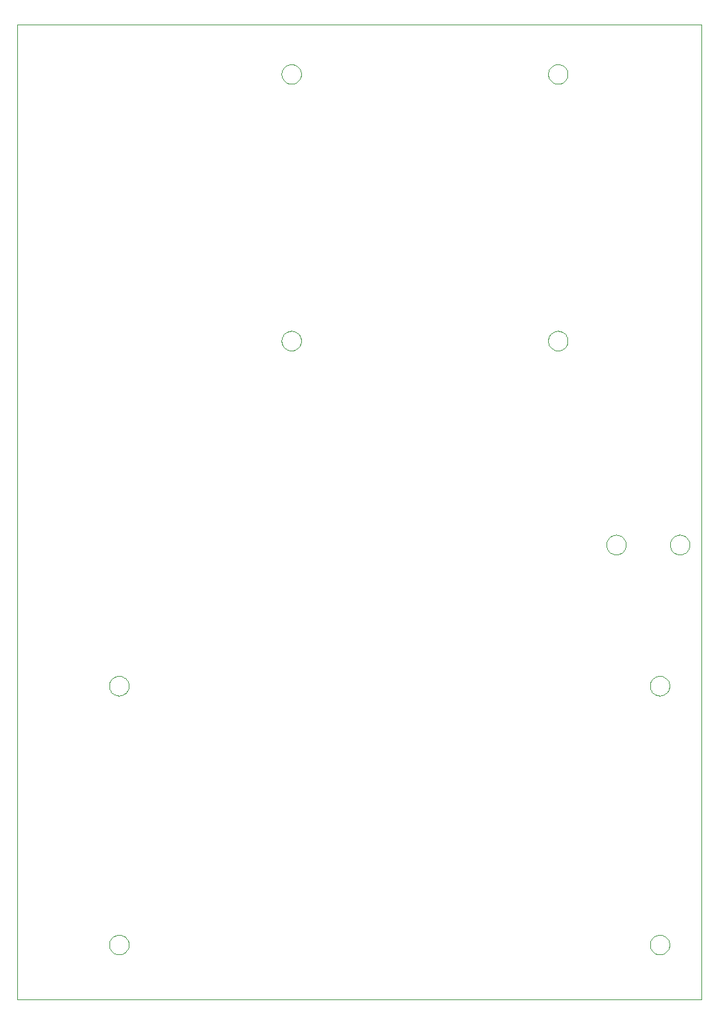
<source format=gko>
G75*
G70*
%OFA0B0*%
%FSLAX24Y24*%
%IPPOS*%
%LPD*%
%AMOC8*
5,1,8,0,0,1.08239X$1,22.5*
%
%ADD10C,0.0000*%
D10*
X000100Y000100D02*
X000100Y049045D01*
X034470Y049045D01*
X034470Y000100D01*
X000100Y000100D01*
X004726Y002856D02*
X004728Y002900D01*
X004734Y002944D01*
X004744Y002987D01*
X004757Y003029D01*
X004775Y003069D01*
X004796Y003108D01*
X004820Y003145D01*
X004847Y003180D01*
X004878Y003212D01*
X004911Y003241D01*
X004947Y003267D01*
X004985Y003289D01*
X005025Y003308D01*
X005066Y003324D01*
X005109Y003336D01*
X005152Y003344D01*
X005196Y003348D01*
X005240Y003348D01*
X005284Y003344D01*
X005327Y003336D01*
X005370Y003324D01*
X005411Y003308D01*
X005451Y003289D01*
X005489Y003267D01*
X005525Y003241D01*
X005558Y003212D01*
X005589Y003180D01*
X005616Y003145D01*
X005640Y003108D01*
X005661Y003069D01*
X005679Y003029D01*
X005692Y002987D01*
X005702Y002944D01*
X005708Y002900D01*
X005710Y002856D01*
X005708Y002812D01*
X005702Y002768D01*
X005692Y002725D01*
X005679Y002683D01*
X005661Y002643D01*
X005640Y002604D01*
X005616Y002567D01*
X005589Y002532D01*
X005558Y002500D01*
X005525Y002471D01*
X005489Y002445D01*
X005451Y002423D01*
X005411Y002404D01*
X005370Y002388D01*
X005327Y002376D01*
X005284Y002368D01*
X005240Y002364D01*
X005196Y002364D01*
X005152Y002368D01*
X005109Y002376D01*
X005066Y002388D01*
X005025Y002404D01*
X004985Y002423D01*
X004947Y002445D01*
X004911Y002471D01*
X004878Y002500D01*
X004847Y002532D01*
X004820Y002567D01*
X004796Y002604D01*
X004775Y002643D01*
X004757Y002683D01*
X004744Y002725D01*
X004734Y002768D01*
X004728Y002812D01*
X004726Y002856D01*
X004726Y015848D02*
X004728Y015892D01*
X004734Y015936D01*
X004744Y015979D01*
X004757Y016021D01*
X004775Y016061D01*
X004796Y016100D01*
X004820Y016137D01*
X004847Y016172D01*
X004878Y016204D01*
X004911Y016233D01*
X004947Y016259D01*
X004985Y016281D01*
X005025Y016300D01*
X005066Y016316D01*
X005109Y016328D01*
X005152Y016336D01*
X005196Y016340D01*
X005240Y016340D01*
X005284Y016336D01*
X005327Y016328D01*
X005370Y016316D01*
X005411Y016300D01*
X005451Y016281D01*
X005489Y016259D01*
X005525Y016233D01*
X005558Y016204D01*
X005589Y016172D01*
X005616Y016137D01*
X005640Y016100D01*
X005661Y016061D01*
X005679Y016021D01*
X005692Y015979D01*
X005702Y015936D01*
X005708Y015892D01*
X005710Y015848D01*
X005708Y015804D01*
X005702Y015760D01*
X005692Y015717D01*
X005679Y015675D01*
X005661Y015635D01*
X005640Y015596D01*
X005616Y015559D01*
X005589Y015524D01*
X005558Y015492D01*
X005525Y015463D01*
X005489Y015437D01*
X005451Y015415D01*
X005411Y015396D01*
X005370Y015380D01*
X005327Y015368D01*
X005284Y015360D01*
X005240Y015356D01*
X005196Y015356D01*
X005152Y015360D01*
X005109Y015368D01*
X005066Y015380D01*
X005025Y015396D01*
X004985Y015415D01*
X004947Y015437D01*
X004911Y015463D01*
X004878Y015492D01*
X004847Y015524D01*
X004820Y015559D01*
X004796Y015596D01*
X004775Y015635D01*
X004757Y015675D01*
X004744Y015717D01*
X004734Y015760D01*
X004728Y015804D01*
X004726Y015848D01*
X013388Y033171D02*
X013390Y033215D01*
X013396Y033259D01*
X013406Y033302D01*
X013419Y033344D01*
X013437Y033384D01*
X013458Y033423D01*
X013482Y033460D01*
X013509Y033495D01*
X013540Y033527D01*
X013573Y033556D01*
X013609Y033582D01*
X013647Y033604D01*
X013687Y033623D01*
X013728Y033639D01*
X013771Y033651D01*
X013814Y033659D01*
X013858Y033663D01*
X013902Y033663D01*
X013946Y033659D01*
X013989Y033651D01*
X014032Y033639D01*
X014073Y033623D01*
X014113Y033604D01*
X014151Y033582D01*
X014187Y033556D01*
X014220Y033527D01*
X014251Y033495D01*
X014278Y033460D01*
X014302Y033423D01*
X014323Y033384D01*
X014341Y033344D01*
X014354Y033302D01*
X014364Y033259D01*
X014370Y033215D01*
X014372Y033171D01*
X014370Y033127D01*
X014364Y033083D01*
X014354Y033040D01*
X014341Y032998D01*
X014323Y032958D01*
X014302Y032919D01*
X014278Y032882D01*
X014251Y032847D01*
X014220Y032815D01*
X014187Y032786D01*
X014151Y032760D01*
X014113Y032738D01*
X014073Y032719D01*
X014032Y032703D01*
X013989Y032691D01*
X013946Y032683D01*
X013902Y032679D01*
X013858Y032679D01*
X013814Y032683D01*
X013771Y032691D01*
X013728Y032703D01*
X013687Y032719D01*
X013647Y032738D01*
X013609Y032760D01*
X013573Y032786D01*
X013540Y032815D01*
X013509Y032847D01*
X013482Y032882D01*
X013458Y032919D01*
X013437Y032958D01*
X013419Y032998D01*
X013406Y033040D01*
X013396Y033083D01*
X013390Y033127D01*
X013388Y033171D01*
X013388Y046557D02*
X013390Y046601D01*
X013396Y046645D01*
X013406Y046688D01*
X013419Y046730D01*
X013437Y046770D01*
X013458Y046809D01*
X013482Y046846D01*
X013509Y046881D01*
X013540Y046913D01*
X013573Y046942D01*
X013609Y046968D01*
X013647Y046990D01*
X013687Y047009D01*
X013728Y047025D01*
X013771Y047037D01*
X013814Y047045D01*
X013858Y047049D01*
X013902Y047049D01*
X013946Y047045D01*
X013989Y047037D01*
X014032Y047025D01*
X014073Y047009D01*
X014113Y046990D01*
X014151Y046968D01*
X014187Y046942D01*
X014220Y046913D01*
X014251Y046881D01*
X014278Y046846D01*
X014302Y046809D01*
X014323Y046770D01*
X014341Y046730D01*
X014354Y046688D01*
X014364Y046645D01*
X014370Y046601D01*
X014372Y046557D01*
X014370Y046513D01*
X014364Y046469D01*
X014354Y046426D01*
X014341Y046384D01*
X014323Y046344D01*
X014302Y046305D01*
X014278Y046268D01*
X014251Y046233D01*
X014220Y046201D01*
X014187Y046172D01*
X014151Y046146D01*
X014113Y046124D01*
X014073Y046105D01*
X014032Y046089D01*
X013989Y046077D01*
X013946Y046069D01*
X013902Y046065D01*
X013858Y046065D01*
X013814Y046069D01*
X013771Y046077D01*
X013728Y046089D01*
X013687Y046105D01*
X013647Y046124D01*
X013609Y046146D01*
X013573Y046172D01*
X013540Y046201D01*
X013509Y046233D01*
X013482Y046268D01*
X013458Y046305D01*
X013437Y046344D01*
X013419Y046384D01*
X013406Y046426D01*
X013396Y046469D01*
X013390Y046513D01*
X013388Y046557D01*
X026773Y046557D02*
X026775Y046601D01*
X026781Y046645D01*
X026791Y046688D01*
X026804Y046730D01*
X026822Y046770D01*
X026843Y046809D01*
X026867Y046846D01*
X026894Y046881D01*
X026925Y046913D01*
X026958Y046942D01*
X026994Y046968D01*
X027032Y046990D01*
X027072Y047009D01*
X027113Y047025D01*
X027156Y047037D01*
X027199Y047045D01*
X027243Y047049D01*
X027287Y047049D01*
X027331Y047045D01*
X027374Y047037D01*
X027417Y047025D01*
X027458Y047009D01*
X027498Y046990D01*
X027536Y046968D01*
X027572Y046942D01*
X027605Y046913D01*
X027636Y046881D01*
X027663Y046846D01*
X027687Y046809D01*
X027708Y046770D01*
X027726Y046730D01*
X027739Y046688D01*
X027749Y046645D01*
X027755Y046601D01*
X027757Y046557D01*
X027755Y046513D01*
X027749Y046469D01*
X027739Y046426D01*
X027726Y046384D01*
X027708Y046344D01*
X027687Y046305D01*
X027663Y046268D01*
X027636Y046233D01*
X027605Y046201D01*
X027572Y046172D01*
X027536Y046146D01*
X027498Y046124D01*
X027458Y046105D01*
X027417Y046089D01*
X027374Y046077D01*
X027331Y046069D01*
X027287Y046065D01*
X027243Y046065D01*
X027199Y046069D01*
X027156Y046077D01*
X027113Y046089D01*
X027072Y046105D01*
X027032Y046124D01*
X026994Y046146D01*
X026958Y046172D01*
X026925Y046201D01*
X026894Y046233D01*
X026867Y046268D01*
X026843Y046305D01*
X026822Y046344D01*
X026804Y046384D01*
X026791Y046426D01*
X026781Y046469D01*
X026775Y046513D01*
X026773Y046557D01*
X026773Y033171D02*
X026775Y033215D01*
X026781Y033259D01*
X026791Y033302D01*
X026804Y033344D01*
X026822Y033384D01*
X026843Y033423D01*
X026867Y033460D01*
X026894Y033495D01*
X026925Y033527D01*
X026958Y033556D01*
X026994Y033582D01*
X027032Y033604D01*
X027072Y033623D01*
X027113Y033639D01*
X027156Y033651D01*
X027199Y033659D01*
X027243Y033663D01*
X027287Y033663D01*
X027331Y033659D01*
X027374Y033651D01*
X027417Y033639D01*
X027458Y033623D01*
X027498Y033604D01*
X027536Y033582D01*
X027572Y033556D01*
X027605Y033527D01*
X027636Y033495D01*
X027663Y033460D01*
X027687Y033423D01*
X027708Y033384D01*
X027726Y033344D01*
X027739Y033302D01*
X027749Y033259D01*
X027755Y033215D01*
X027757Y033171D01*
X027755Y033127D01*
X027749Y033083D01*
X027739Y033040D01*
X027726Y032998D01*
X027708Y032958D01*
X027687Y032919D01*
X027663Y032882D01*
X027636Y032847D01*
X027605Y032815D01*
X027572Y032786D01*
X027536Y032760D01*
X027498Y032738D01*
X027458Y032719D01*
X027417Y032703D01*
X027374Y032691D01*
X027331Y032683D01*
X027287Y032679D01*
X027243Y032679D01*
X027199Y032683D01*
X027156Y032691D01*
X027113Y032703D01*
X027072Y032719D01*
X027032Y032738D01*
X026994Y032760D01*
X026958Y032786D01*
X026925Y032815D01*
X026894Y032847D01*
X026867Y032882D01*
X026843Y032919D01*
X026822Y032958D01*
X026804Y032998D01*
X026791Y033040D01*
X026781Y033083D01*
X026775Y033127D01*
X026773Y033171D01*
X029699Y022935D02*
X029701Y022979D01*
X029707Y023023D01*
X029717Y023066D01*
X029730Y023108D01*
X029748Y023148D01*
X029769Y023187D01*
X029793Y023224D01*
X029820Y023259D01*
X029851Y023291D01*
X029884Y023320D01*
X029920Y023346D01*
X029958Y023368D01*
X029998Y023387D01*
X030039Y023403D01*
X030082Y023415D01*
X030125Y023423D01*
X030169Y023427D01*
X030213Y023427D01*
X030257Y023423D01*
X030300Y023415D01*
X030343Y023403D01*
X030384Y023387D01*
X030424Y023368D01*
X030462Y023346D01*
X030498Y023320D01*
X030531Y023291D01*
X030562Y023259D01*
X030589Y023224D01*
X030613Y023187D01*
X030634Y023148D01*
X030652Y023108D01*
X030665Y023066D01*
X030675Y023023D01*
X030681Y022979D01*
X030683Y022935D01*
X030681Y022891D01*
X030675Y022847D01*
X030665Y022804D01*
X030652Y022762D01*
X030634Y022722D01*
X030613Y022683D01*
X030589Y022646D01*
X030562Y022611D01*
X030531Y022579D01*
X030498Y022550D01*
X030462Y022524D01*
X030424Y022502D01*
X030384Y022483D01*
X030343Y022467D01*
X030300Y022455D01*
X030257Y022447D01*
X030213Y022443D01*
X030169Y022443D01*
X030125Y022447D01*
X030082Y022455D01*
X030039Y022467D01*
X029998Y022483D01*
X029958Y022502D01*
X029920Y022524D01*
X029884Y022550D01*
X029851Y022579D01*
X029820Y022611D01*
X029793Y022646D01*
X029769Y022683D01*
X029748Y022722D01*
X029730Y022762D01*
X029717Y022804D01*
X029707Y022847D01*
X029701Y022891D01*
X029699Y022935D01*
X032895Y022935D02*
X032897Y022979D01*
X032903Y023023D01*
X032913Y023066D01*
X032926Y023108D01*
X032944Y023148D01*
X032965Y023187D01*
X032989Y023224D01*
X033016Y023259D01*
X033047Y023291D01*
X033080Y023320D01*
X033116Y023346D01*
X033154Y023368D01*
X033194Y023387D01*
X033235Y023403D01*
X033278Y023415D01*
X033321Y023423D01*
X033365Y023427D01*
X033409Y023427D01*
X033453Y023423D01*
X033496Y023415D01*
X033539Y023403D01*
X033580Y023387D01*
X033620Y023368D01*
X033658Y023346D01*
X033694Y023320D01*
X033727Y023291D01*
X033758Y023259D01*
X033785Y023224D01*
X033809Y023187D01*
X033830Y023148D01*
X033848Y023108D01*
X033861Y023066D01*
X033871Y023023D01*
X033877Y022979D01*
X033879Y022935D01*
X033877Y022891D01*
X033871Y022847D01*
X033861Y022804D01*
X033848Y022762D01*
X033830Y022722D01*
X033809Y022683D01*
X033785Y022646D01*
X033758Y022611D01*
X033727Y022579D01*
X033694Y022550D01*
X033658Y022524D01*
X033620Y022502D01*
X033580Y022483D01*
X033539Y022467D01*
X033496Y022455D01*
X033453Y022447D01*
X033409Y022443D01*
X033365Y022443D01*
X033321Y022447D01*
X033278Y022455D01*
X033235Y022467D01*
X033194Y022483D01*
X033154Y022502D01*
X033116Y022524D01*
X033080Y022550D01*
X033047Y022579D01*
X033016Y022611D01*
X032989Y022646D01*
X032965Y022683D01*
X032944Y022722D01*
X032926Y022762D01*
X032913Y022804D01*
X032903Y022847D01*
X032897Y022891D01*
X032895Y022935D01*
X031891Y015848D02*
X031893Y015892D01*
X031899Y015936D01*
X031909Y015979D01*
X031922Y016021D01*
X031940Y016061D01*
X031961Y016100D01*
X031985Y016137D01*
X032012Y016172D01*
X032043Y016204D01*
X032076Y016233D01*
X032112Y016259D01*
X032150Y016281D01*
X032190Y016300D01*
X032231Y016316D01*
X032274Y016328D01*
X032317Y016336D01*
X032361Y016340D01*
X032405Y016340D01*
X032449Y016336D01*
X032492Y016328D01*
X032535Y016316D01*
X032576Y016300D01*
X032616Y016281D01*
X032654Y016259D01*
X032690Y016233D01*
X032723Y016204D01*
X032754Y016172D01*
X032781Y016137D01*
X032805Y016100D01*
X032826Y016061D01*
X032844Y016021D01*
X032857Y015979D01*
X032867Y015936D01*
X032873Y015892D01*
X032875Y015848D01*
X032873Y015804D01*
X032867Y015760D01*
X032857Y015717D01*
X032844Y015675D01*
X032826Y015635D01*
X032805Y015596D01*
X032781Y015559D01*
X032754Y015524D01*
X032723Y015492D01*
X032690Y015463D01*
X032654Y015437D01*
X032616Y015415D01*
X032576Y015396D01*
X032535Y015380D01*
X032492Y015368D01*
X032449Y015360D01*
X032405Y015356D01*
X032361Y015356D01*
X032317Y015360D01*
X032274Y015368D01*
X032231Y015380D01*
X032190Y015396D01*
X032150Y015415D01*
X032112Y015437D01*
X032076Y015463D01*
X032043Y015492D01*
X032012Y015524D01*
X031985Y015559D01*
X031961Y015596D01*
X031940Y015635D01*
X031922Y015675D01*
X031909Y015717D01*
X031899Y015760D01*
X031893Y015804D01*
X031891Y015848D01*
X031891Y002856D02*
X031893Y002900D01*
X031899Y002944D01*
X031909Y002987D01*
X031922Y003029D01*
X031940Y003069D01*
X031961Y003108D01*
X031985Y003145D01*
X032012Y003180D01*
X032043Y003212D01*
X032076Y003241D01*
X032112Y003267D01*
X032150Y003289D01*
X032190Y003308D01*
X032231Y003324D01*
X032274Y003336D01*
X032317Y003344D01*
X032361Y003348D01*
X032405Y003348D01*
X032449Y003344D01*
X032492Y003336D01*
X032535Y003324D01*
X032576Y003308D01*
X032616Y003289D01*
X032654Y003267D01*
X032690Y003241D01*
X032723Y003212D01*
X032754Y003180D01*
X032781Y003145D01*
X032805Y003108D01*
X032826Y003069D01*
X032844Y003029D01*
X032857Y002987D01*
X032867Y002944D01*
X032873Y002900D01*
X032875Y002856D01*
X032873Y002812D01*
X032867Y002768D01*
X032857Y002725D01*
X032844Y002683D01*
X032826Y002643D01*
X032805Y002604D01*
X032781Y002567D01*
X032754Y002532D01*
X032723Y002500D01*
X032690Y002471D01*
X032654Y002445D01*
X032616Y002423D01*
X032576Y002404D01*
X032535Y002388D01*
X032492Y002376D01*
X032449Y002368D01*
X032405Y002364D01*
X032361Y002364D01*
X032317Y002368D01*
X032274Y002376D01*
X032231Y002388D01*
X032190Y002404D01*
X032150Y002423D01*
X032112Y002445D01*
X032076Y002471D01*
X032043Y002500D01*
X032012Y002532D01*
X031985Y002567D01*
X031961Y002604D01*
X031940Y002643D01*
X031922Y002683D01*
X031909Y002725D01*
X031899Y002768D01*
X031893Y002812D01*
X031891Y002856D01*
M02*

</source>
